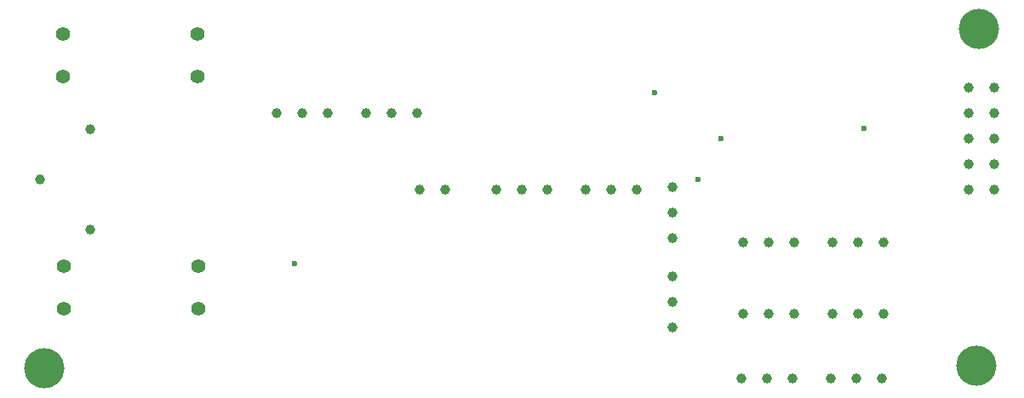
<source format=gbr>
G04 Generated by Ultiboard 14.0 *
%FSLAX34Y34*%
%MOMM*%

%ADD10C,0.0001*%
%ADD11C,0.6000*%
%ADD12C,1.0000*%
%ADD13C,4.0000*%
%ADD14C,1.3970*%


G04 ColorRGB 000000 for the following layer *
%LNDrill-Copper Top-Copper Bottom*%
%LPD*%
G54D11*
X294640Y749300D03*
X718820Y873760D03*
X695960Y833120D03*
X861060Y883920D03*
X652780Y919480D03*
G54D12*
X965200Y899160D03*
X965200Y873760D03*
X965200Y848360D03*
X965200Y822960D03*
X990600Y924560D03*
X990600Y899160D03*
X990600Y873760D03*
X990600Y848360D03*
X990600Y822960D03*
X965200Y924560D03*
X91040Y783120D03*
X91040Y883120D03*
X41040Y833120D03*
X739140Y635000D03*
X764540Y635000D03*
X789940Y635000D03*
X853440Y635000D03*
X878840Y635000D03*
X828040Y635000D03*
X740410Y699770D03*
X765810Y699770D03*
X791210Y699770D03*
X854710Y699770D03*
X880110Y699770D03*
X829310Y699770D03*
X740410Y770890D03*
X765810Y770890D03*
X791210Y770890D03*
X854710Y770890D03*
X880110Y770890D03*
X829310Y770890D03*
X495300Y822960D03*
X520700Y822960D03*
X546100Y822960D03*
X609600Y822960D03*
X635000Y822960D03*
X584200Y822960D03*
X670560Y825500D03*
X670560Y800100D03*
X670560Y774700D03*
X670560Y711200D03*
X670560Y685800D03*
X670560Y736600D03*
X276860Y899160D03*
X302260Y899160D03*
X327660Y899160D03*
X391160Y899160D03*
X416560Y899160D03*
X365760Y899160D03*
X419100Y822960D03*
X444500Y822960D03*
G54D13*
X975360Y982980D03*
X972820Y647700D03*
X45720Y645160D03*
G54D14*
X63759Y977700D03*
X197759Y977700D03*
X197759Y935680D03*
X63759Y935680D03*
X64548Y746719D03*
X198548Y746719D03*
X198548Y704699D03*
X64548Y704699D03*

M02*

</source>
